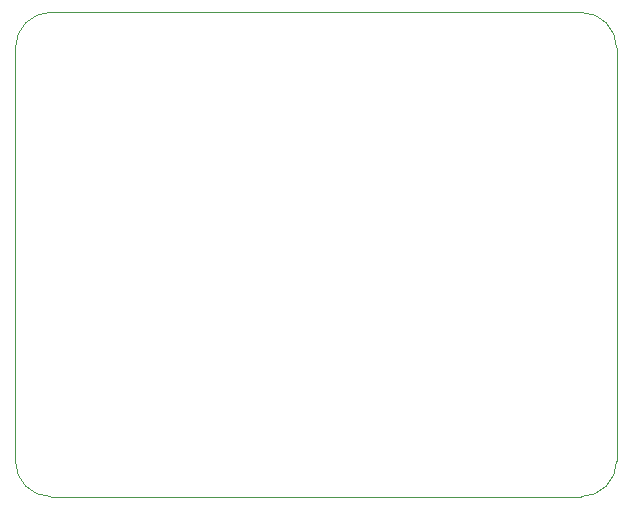
<source format=gbr>
%TF.GenerationSoftware,KiCad,Pcbnew,9.0.0*%
%TF.CreationDate,2025-04-07T16:50:41+02:00*%
%TF.ProjectId,TP_PROJ_S5,54505f50-524f-44a5-9f53-352e6b696361,rev?*%
%TF.SameCoordinates,Original*%
%TF.FileFunction,Profile,NP*%
%FSLAX46Y46*%
G04 Gerber Fmt 4.6, Leading zero omitted, Abs format (unit mm)*
G04 Created by KiCad (PCBNEW 9.0.0) date 2025-04-07 16:50:41*
%MOMM*%
%LPD*%
G01*
G04 APERTURE LIST*
%TA.AperFunction,Profile*%
%ADD10C,0.050000*%
%TD*%
G04 APERTURE END LIST*
D10*
X148900000Y-97000000D02*
X104000000Y-97000000D01*
X148900000Y-138000000D02*
X104000000Y-138000000D01*
X101000000Y-100000000D02*
G75*
G02*
X104000000Y-97000000I3000000J0D01*
G01*
X104000000Y-138000000D02*
G75*
G02*
X101000000Y-135000000I0J3000000D01*
G01*
X101000000Y-135000000D02*
X101000000Y-100000000D01*
X151900000Y-100000000D02*
X151900000Y-135000000D01*
X151900000Y-135000000D02*
G75*
G02*
X148900000Y-138000000I-3000000J0D01*
G01*
X148900000Y-97000000D02*
G75*
G02*
X151900000Y-100000000I0J-3000000D01*
G01*
M02*

</source>
